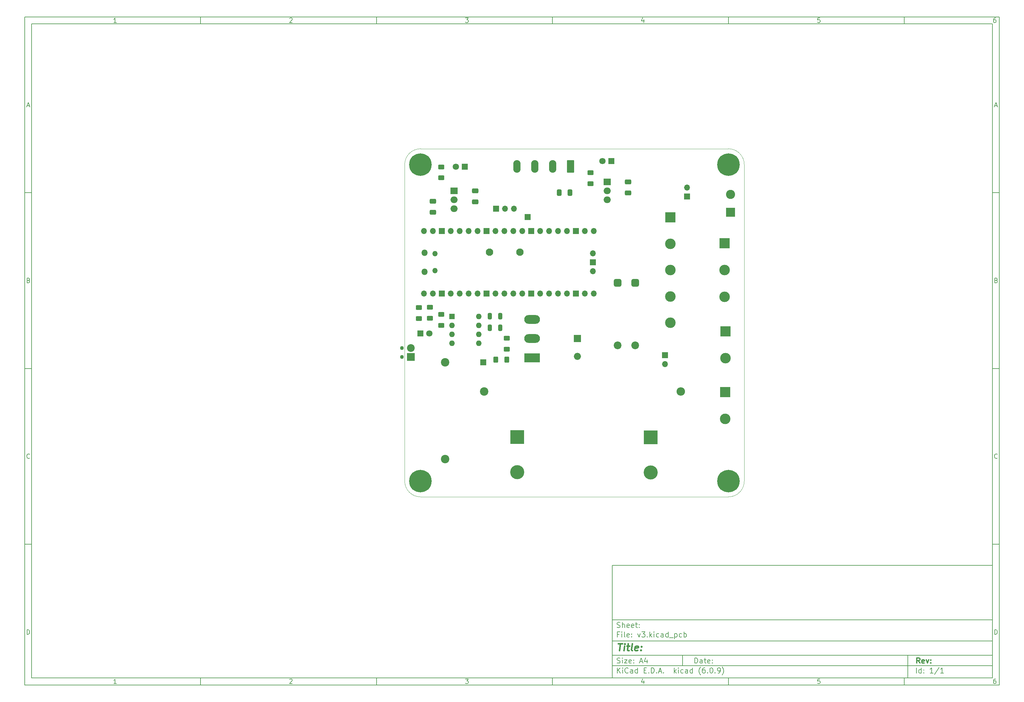
<source format=gbr>
%TF.GenerationSoftware,KiCad,Pcbnew,(6.0.9)*%
%TF.CreationDate,2022-12-28T04:29:14+03:00*%
%TF.ProjectId,v3,76332e6b-6963-4616-945f-706362585858,rev?*%
%TF.SameCoordinates,Original*%
%TF.FileFunction,Soldermask,Top*%
%TF.FilePolarity,Negative*%
%FSLAX46Y46*%
G04 Gerber Fmt 4.6, Leading zero omitted, Abs format (unit mm)*
G04 Created by KiCad (PCBNEW (6.0.9)) date 2022-12-28 04:29:14*
%MOMM*%
%LPD*%
G01*
G04 APERTURE LIST*
G04 Aperture macros list*
%AMRoundRect*
0 Rectangle with rounded corners*
0 $1 Rounding radius*
0 $2 $3 $4 $5 $6 $7 $8 $9 X,Y pos of 4 corners*
0 Add a 4 corners polygon primitive as box body*
4,1,4,$2,$3,$4,$5,$6,$7,$8,$9,$2,$3,0*
0 Add four circle primitives for the rounded corners*
1,1,$1+$1,$2,$3*
1,1,$1+$1,$4,$5*
1,1,$1+$1,$6,$7*
1,1,$1+$1,$8,$9*
0 Add four rect primitives between the rounded corners*
20,1,$1+$1,$2,$3,$4,$5,0*
20,1,$1+$1,$4,$5,$6,$7,0*
20,1,$1+$1,$6,$7,$8,$9,0*
20,1,$1+$1,$8,$9,$2,$3,0*%
G04 Aperture macros list end*
%ADD10C,0.100000*%
%ADD11C,0.150000*%
%ADD12C,0.300000*%
%ADD13C,0.400000*%
%TA.AperFunction,Profile*%
%ADD14C,0.100000*%
%TD*%
%ADD15C,2.100000*%
%ADD16R,1.600000X1.600000*%
%ADD17O,1.600000X1.600000*%
%ADD18C,1.100000*%
%ADD19R,2.200000X2.200000*%
%ADD20C,2.200000*%
%ADD21RoundRect,0.250000X0.625000X-0.400000X0.625000X0.400000X-0.625000X0.400000X-0.625000X-0.400000X0*%
%ADD22R,1.800000X1.800000*%
%ADD23C,1.800000*%
%ADD24RoundRect,0.250000X-0.625000X0.400000X-0.625000X-0.400000X0.625000X-0.400000X0.625000X0.400000X0*%
%ADD25R,4.000000X4.000000*%
%ADD26C,4.000000*%
%ADD27R,1.700000X1.700000*%
%ADD28RoundRect,0.250000X-0.650000X0.412500X-0.650000X-0.412500X0.650000X-0.412500X0.650000X0.412500X0*%
%ADD29C,0.800000*%
%ADD30C,6.400000*%
%ADD31O,1.700000X1.700000*%
%ADD32RoundRect,0.250000X0.400000X0.625000X-0.400000X0.625000X-0.400000X-0.625000X0.400000X-0.625000X0*%
%ADD33C,2.400000*%
%ADD34R,3.000000X3.000000*%
%ADD35C,3.000000*%
%ADD36RoundRect,0.550000X-0.550000X0.550000X-0.550000X-0.550000X0.550000X-0.550000X0.550000X0.550000X0*%
%ADD37R,2.000000X1.905000*%
%ADD38O,2.000000X1.905000*%
%ADD39RoundRect,0.249999X0.790001X1.550001X-0.790001X1.550001X-0.790001X-1.550001X0.790001X-1.550001X0*%
%ADD40O,2.080000X3.600000*%
%ADD41RoundRect,0.250000X-0.325000X-0.650000X0.325000X-0.650000X0.325000X0.650000X-0.325000X0.650000X0*%
%ADD42O,2.400000X2.400000*%
%ADD43O,1.500000X1.500000*%
%ADD44O,1.800000X1.800000*%
%ADD45RoundRect,0.250000X0.412500X0.650000X-0.412500X0.650000X-0.412500X-0.650000X0.412500X-0.650000X0*%
%ADD46R,4.500000X2.500000*%
%ADD47O,4.500000X2.500000*%
%ADD48R,2.000000X2.000000*%
%ADD49O,2.000000X2.000000*%
%ADD50R,2.600000X2.600000*%
%ADD51C,2.600000*%
%ADD52RoundRect,0.250000X0.650000X-0.412500X0.650000X0.412500X-0.650000X0.412500X-0.650000X-0.412500X0*%
G04 APERTURE END LIST*
D10*
D11*
X177002200Y-166007200D02*
X177002200Y-198007200D01*
X285002200Y-198007200D01*
X285002200Y-166007200D01*
X177002200Y-166007200D01*
D10*
D11*
X10000000Y-10000000D02*
X10000000Y-200007200D01*
X287002200Y-200007200D01*
X287002200Y-10000000D01*
X10000000Y-10000000D01*
D10*
D11*
X12000000Y-12000000D02*
X12000000Y-198007200D01*
X285002200Y-198007200D01*
X285002200Y-12000000D01*
X12000000Y-12000000D01*
D10*
D11*
X60000000Y-12000000D02*
X60000000Y-10000000D01*
D10*
D11*
X110000000Y-12000000D02*
X110000000Y-10000000D01*
D10*
D11*
X160000000Y-12000000D02*
X160000000Y-10000000D01*
D10*
D11*
X210000000Y-12000000D02*
X210000000Y-10000000D01*
D10*
D11*
X260000000Y-12000000D02*
X260000000Y-10000000D01*
D10*
D11*
X36065476Y-11588095D02*
X35322619Y-11588095D01*
X35694047Y-11588095D02*
X35694047Y-10288095D01*
X35570238Y-10473809D01*
X35446428Y-10597619D01*
X35322619Y-10659523D01*
D10*
D11*
X85322619Y-10411904D02*
X85384523Y-10350000D01*
X85508333Y-10288095D01*
X85817857Y-10288095D01*
X85941666Y-10350000D01*
X86003571Y-10411904D01*
X86065476Y-10535714D01*
X86065476Y-10659523D01*
X86003571Y-10845238D01*
X85260714Y-11588095D01*
X86065476Y-11588095D01*
D10*
D11*
X135260714Y-10288095D02*
X136065476Y-10288095D01*
X135632142Y-10783333D01*
X135817857Y-10783333D01*
X135941666Y-10845238D01*
X136003571Y-10907142D01*
X136065476Y-11030952D01*
X136065476Y-11340476D01*
X136003571Y-11464285D01*
X135941666Y-11526190D01*
X135817857Y-11588095D01*
X135446428Y-11588095D01*
X135322619Y-11526190D01*
X135260714Y-11464285D01*
D10*
D11*
X185941666Y-10721428D02*
X185941666Y-11588095D01*
X185632142Y-10226190D02*
X185322619Y-11154761D01*
X186127380Y-11154761D01*
D10*
D11*
X236003571Y-10288095D02*
X235384523Y-10288095D01*
X235322619Y-10907142D01*
X235384523Y-10845238D01*
X235508333Y-10783333D01*
X235817857Y-10783333D01*
X235941666Y-10845238D01*
X236003571Y-10907142D01*
X236065476Y-11030952D01*
X236065476Y-11340476D01*
X236003571Y-11464285D01*
X235941666Y-11526190D01*
X235817857Y-11588095D01*
X235508333Y-11588095D01*
X235384523Y-11526190D01*
X235322619Y-11464285D01*
D10*
D11*
X285941666Y-10288095D02*
X285694047Y-10288095D01*
X285570238Y-10350000D01*
X285508333Y-10411904D01*
X285384523Y-10597619D01*
X285322619Y-10845238D01*
X285322619Y-11340476D01*
X285384523Y-11464285D01*
X285446428Y-11526190D01*
X285570238Y-11588095D01*
X285817857Y-11588095D01*
X285941666Y-11526190D01*
X286003571Y-11464285D01*
X286065476Y-11340476D01*
X286065476Y-11030952D01*
X286003571Y-10907142D01*
X285941666Y-10845238D01*
X285817857Y-10783333D01*
X285570238Y-10783333D01*
X285446428Y-10845238D01*
X285384523Y-10907142D01*
X285322619Y-11030952D01*
D10*
D11*
X60000000Y-198007200D02*
X60000000Y-200007200D01*
D10*
D11*
X110000000Y-198007200D02*
X110000000Y-200007200D01*
D10*
D11*
X160000000Y-198007200D02*
X160000000Y-200007200D01*
D10*
D11*
X210000000Y-198007200D02*
X210000000Y-200007200D01*
D10*
D11*
X260000000Y-198007200D02*
X260000000Y-200007200D01*
D10*
D11*
X36065476Y-199595295D02*
X35322619Y-199595295D01*
X35694047Y-199595295D02*
X35694047Y-198295295D01*
X35570238Y-198481009D01*
X35446428Y-198604819D01*
X35322619Y-198666723D01*
D10*
D11*
X85322619Y-198419104D02*
X85384523Y-198357200D01*
X85508333Y-198295295D01*
X85817857Y-198295295D01*
X85941666Y-198357200D01*
X86003571Y-198419104D01*
X86065476Y-198542914D01*
X86065476Y-198666723D01*
X86003571Y-198852438D01*
X85260714Y-199595295D01*
X86065476Y-199595295D01*
D10*
D11*
X135260714Y-198295295D02*
X136065476Y-198295295D01*
X135632142Y-198790533D01*
X135817857Y-198790533D01*
X135941666Y-198852438D01*
X136003571Y-198914342D01*
X136065476Y-199038152D01*
X136065476Y-199347676D01*
X136003571Y-199471485D01*
X135941666Y-199533390D01*
X135817857Y-199595295D01*
X135446428Y-199595295D01*
X135322619Y-199533390D01*
X135260714Y-199471485D01*
D10*
D11*
X185941666Y-198728628D02*
X185941666Y-199595295D01*
X185632142Y-198233390D02*
X185322619Y-199161961D01*
X186127380Y-199161961D01*
D10*
D11*
X236003571Y-198295295D02*
X235384523Y-198295295D01*
X235322619Y-198914342D01*
X235384523Y-198852438D01*
X235508333Y-198790533D01*
X235817857Y-198790533D01*
X235941666Y-198852438D01*
X236003571Y-198914342D01*
X236065476Y-199038152D01*
X236065476Y-199347676D01*
X236003571Y-199471485D01*
X235941666Y-199533390D01*
X235817857Y-199595295D01*
X235508333Y-199595295D01*
X235384523Y-199533390D01*
X235322619Y-199471485D01*
D10*
D11*
X285941666Y-198295295D02*
X285694047Y-198295295D01*
X285570238Y-198357200D01*
X285508333Y-198419104D01*
X285384523Y-198604819D01*
X285322619Y-198852438D01*
X285322619Y-199347676D01*
X285384523Y-199471485D01*
X285446428Y-199533390D01*
X285570238Y-199595295D01*
X285817857Y-199595295D01*
X285941666Y-199533390D01*
X286003571Y-199471485D01*
X286065476Y-199347676D01*
X286065476Y-199038152D01*
X286003571Y-198914342D01*
X285941666Y-198852438D01*
X285817857Y-198790533D01*
X285570238Y-198790533D01*
X285446428Y-198852438D01*
X285384523Y-198914342D01*
X285322619Y-199038152D01*
D10*
D11*
X10000000Y-60000000D02*
X12000000Y-60000000D01*
D10*
D11*
X10000000Y-110000000D02*
X12000000Y-110000000D01*
D10*
D11*
X10000000Y-160000000D02*
X12000000Y-160000000D01*
D10*
D11*
X10690476Y-35216666D02*
X11309523Y-35216666D01*
X10566666Y-35588095D02*
X11000000Y-34288095D01*
X11433333Y-35588095D01*
D10*
D11*
X11092857Y-84907142D02*
X11278571Y-84969047D01*
X11340476Y-85030952D01*
X11402380Y-85154761D01*
X11402380Y-85340476D01*
X11340476Y-85464285D01*
X11278571Y-85526190D01*
X11154761Y-85588095D01*
X10659523Y-85588095D01*
X10659523Y-84288095D01*
X11092857Y-84288095D01*
X11216666Y-84350000D01*
X11278571Y-84411904D01*
X11340476Y-84535714D01*
X11340476Y-84659523D01*
X11278571Y-84783333D01*
X11216666Y-84845238D01*
X11092857Y-84907142D01*
X10659523Y-84907142D01*
D10*
D11*
X11402380Y-135464285D02*
X11340476Y-135526190D01*
X11154761Y-135588095D01*
X11030952Y-135588095D01*
X10845238Y-135526190D01*
X10721428Y-135402380D01*
X10659523Y-135278571D01*
X10597619Y-135030952D01*
X10597619Y-134845238D01*
X10659523Y-134597619D01*
X10721428Y-134473809D01*
X10845238Y-134350000D01*
X11030952Y-134288095D01*
X11154761Y-134288095D01*
X11340476Y-134350000D01*
X11402380Y-134411904D01*
D10*
D11*
X10659523Y-185588095D02*
X10659523Y-184288095D01*
X10969047Y-184288095D01*
X11154761Y-184350000D01*
X11278571Y-184473809D01*
X11340476Y-184597619D01*
X11402380Y-184845238D01*
X11402380Y-185030952D01*
X11340476Y-185278571D01*
X11278571Y-185402380D01*
X11154761Y-185526190D01*
X10969047Y-185588095D01*
X10659523Y-185588095D01*
D10*
D11*
X287002200Y-60000000D02*
X285002200Y-60000000D01*
D10*
D11*
X287002200Y-110000000D02*
X285002200Y-110000000D01*
D10*
D11*
X287002200Y-160000000D02*
X285002200Y-160000000D01*
D10*
D11*
X285692676Y-35216666D02*
X286311723Y-35216666D01*
X285568866Y-35588095D02*
X286002200Y-34288095D01*
X286435533Y-35588095D01*
D10*
D11*
X286095057Y-84907142D02*
X286280771Y-84969047D01*
X286342676Y-85030952D01*
X286404580Y-85154761D01*
X286404580Y-85340476D01*
X286342676Y-85464285D01*
X286280771Y-85526190D01*
X286156961Y-85588095D01*
X285661723Y-85588095D01*
X285661723Y-84288095D01*
X286095057Y-84288095D01*
X286218866Y-84350000D01*
X286280771Y-84411904D01*
X286342676Y-84535714D01*
X286342676Y-84659523D01*
X286280771Y-84783333D01*
X286218866Y-84845238D01*
X286095057Y-84907142D01*
X285661723Y-84907142D01*
D10*
D11*
X286404580Y-135464285D02*
X286342676Y-135526190D01*
X286156961Y-135588095D01*
X286033152Y-135588095D01*
X285847438Y-135526190D01*
X285723628Y-135402380D01*
X285661723Y-135278571D01*
X285599819Y-135030952D01*
X285599819Y-134845238D01*
X285661723Y-134597619D01*
X285723628Y-134473809D01*
X285847438Y-134350000D01*
X286033152Y-134288095D01*
X286156961Y-134288095D01*
X286342676Y-134350000D01*
X286404580Y-134411904D01*
D10*
D11*
X285661723Y-185588095D02*
X285661723Y-184288095D01*
X285971247Y-184288095D01*
X286156961Y-184350000D01*
X286280771Y-184473809D01*
X286342676Y-184597619D01*
X286404580Y-184845238D01*
X286404580Y-185030952D01*
X286342676Y-185278571D01*
X286280771Y-185402380D01*
X286156961Y-185526190D01*
X285971247Y-185588095D01*
X285661723Y-185588095D01*
D10*
D11*
X200434342Y-193785771D02*
X200434342Y-192285771D01*
X200791485Y-192285771D01*
X201005771Y-192357200D01*
X201148628Y-192500057D01*
X201220057Y-192642914D01*
X201291485Y-192928628D01*
X201291485Y-193142914D01*
X201220057Y-193428628D01*
X201148628Y-193571485D01*
X201005771Y-193714342D01*
X200791485Y-193785771D01*
X200434342Y-193785771D01*
X202577200Y-193785771D02*
X202577200Y-193000057D01*
X202505771Y-192857200D01*
X202362914Y-192785771D01*
X202077200Y-192785771D01*
X201934342Y-192857200D01*
X202577200Y-193714342D02*
X202434342Y-193785771D01*
X202077200Y-193785771D01*
X201934342Y-193714342D01*
X201862914Y-193571485D01*
X201862914Y-193428628D01*
X201934342Y-193285771D01*
X202077200Y-193214342D01*
X202434342Y-193214342D01*
X202577200Y-193142914D01*
X203077200Y-192785771D02*
X203648628Y-192785771D01*
X203291485Y-192285771D02*
X203291485Y-193571485D01*
X203362914Y-193714342D01*
X203505771Y-193785771D01*
X203648628Y-193785771D01*
X204720057Y-193714342D02*
X204577200Y-193785771D01*
X204291485Y-193785771D01*
X204148628Y-193714342D01*
X204077200Y-193571485D01*
X204077200Y-193000057D01*
X204148628Y-192857200D01*
X204291485Y-192785771D01*
X204577200Y-192785771D01*
X204720057Y-192857200D01*
X204791485Y-193000057D01*
X204791485Y-193142914D01*
X204077200Y-193285771D01*
X205434342Y-193642914D02*
X205505771Y-193714342D01*
X205434342Y-193785771D01*
X205362914Y-193714342D01*
X205434342Y-193642914D01*
X205434342Y-193785771D01*
X205434342Y-192857200D02*
X205505771Y-192928628D01*
X205434342Y-193000057D01*
X205362914Y-192928628D01*
X205434342Y-192857200D01*
X205434342Y-193000057D01*
D10*
D11*
X177002200Y-194507200D02*
X285002200Y-194507200D01*
D10*
D11*
X178434342Y-196585771D02*
X178434342Y-195085771D01*
X179291485Y-196585771D02*
X178648628Y-195728628D01*
X179291485Y-195085771D02*
X178434342Y-195942914D01*
X179934342Y-196585771D02*
X179934342Y-195585771D01*
X179934342Y-195085771D02*
X179862914Y-195157200D01*
X179934342Y-195228628D01*
X180005771Y-195157200D01*
X179934342Y-195085771D01*
X179934342Y-195228628D01*
X181505771Y-196442914D02*
X181434342Y-196514342D01*
X181220057Y-196585771D01*
X181077200Y-196585771D01*
X180862914Y-196514342D01*
X180720057Y-196371485D01*
X180648628Y-196228628D01*
X180577200Y-195942914D01*
X180577200Y-195728628D01*
X180648628Y-195442914D01*
X180720057Y-195300057D01*
X180862914Y-195157200D01*
X181077200Y-195085771D01*
X181220057Y-195085771D01*
X181434342Y-195157200D01*
X181505771Y-195228628D01*
X182791485Y-196585771D02*
X182791485Y-195800057D01*
X182720057Y-195657200D01*
X182577200Y-195585771D01*
X182291485Y-195585771D01*
X182148628Y-195657200D01*
X182791485Y-196514342D02*
X182648628Y-196585771D01*
X182291485Y-196585771D01*
X182148628Y-196514342D01*
X182077200Y-196371485D01*
X182077200Y-196228628D01*
X182148628Y-196085771D01*
X182291485Y-196014342D01*
X182648628Y-196014342D01*
X182791485Y-195942914D01*
X184148628Y-196585771D02*
X184148628Y-195085771D01*
X184148628Y-196514342D02*
X184005771Y-196585771D01*
X183720057Y-196585771D01*
X183577200Y-196514342D01*
X183505771Y-196442914D01*
X183434342Y-196300057D01*
X183434342Y-195871485D01*
X183505771Y-195728628D01*
X183577200Y-195657200D01*
X183720057Y-195585771D01*
X184005771Y-195585771D01*
X184148628Y-195657200D01*
X186005771Y-195800057D02*
X186505771Y-195800057D01*
X186720057Y-196585771D02*
X186005771Y-196585771D01*
X186005771Y-195085771D01*
X186720057Y-195085771D01*
X187362914Y-196442914D02*
X187434342Y-196514342D01*
X187362914Y-196585771D01*
X187291485Y-196514342D01*
X187362914Y-196442914D01*
X187362914Y-196585771D01*
X188077200Y-196585771D02*
X188077200Y-195085771D01*
X188434342Y-195085771D01*
X188648628Y-195157200D01*
X188791485Y-195300057D01*
X188862914Y-195442914D01*
X188934342Y-195728628D01*
X188934342Y-195942914D01*
X188862914Y-196228628D01*
X188791485Y-196371485D01*
X188648628Y-196514342D01*
X188434342Y-196585771D01*
X188077200Y-196585771D01*
X189577200Y-196442914D02*
X189648628Y-196514342D01*
X189577200Y-196585771D01*
X189505771Y-196514342D01*
X189577200Y-196442914D01*
X189577200Y-196585771D01*
X190220057Y-196157200D02*
X190934342Y-196157200D01*
X190077200Y-196585771D02*
X190577200Y-195085771D01*
X191077200Y-196585771D01*
X191577200Y-196442914D02*
X191648628Y-196514342D01*
X191577200Y-196585771D01*
X191505771Y-196514342D01*
X191577200Y-196442914D01*
X191577200Y-196585771D01*
X194577200Y-196585771D02*
X194577200Y-195085771D01*
X194720057Y-196014342D02*
X195148628Y-196585771D01*
X195148628Y-195585771D02*
X194577200Y-196157200D01*
X195791485Y-196585771D02*
X195791485Y-195585771D01*
X195791485Y-195085771D02*
X195720057Y-195157200D01*
X195791485Y-195228628D01*
X195862914Y-195157200D01*
X195791485Y-195085771D01*
X195791485Y-195228628D01*
X197148628Y-196514342D02*
X197005771Y-196585771D01*
X196720057Y-196585771D01*
X196577200Y-196514342D01*
X196505771Y-196442914D01*
X196434342Y-196300057D01*
X196434342Y-195871485D01*
X196505771Y-195728628D01*
X196577200Y-195657200D01*
X196720057Y-195585771D01*
X197005771Y-195585771D01*
X197148628Y-195657200D01*
X198434342Y-196585771D02*
X198434342Y-195800057D01*
X198362914Y-195657200D01*
X198220057Y-195585771D01*
X197934342Y-195585771D01*
X197791485Y-195657200D01*
X198434342Y-196514342D02*
X198291485Y-196585771D01*
X197934342Y-196585771D01*
X197791485Y-196514342D01*
X197720057Y-196371485D01*
X197720057Y-196228628D01*
X197791485Y-196085771D01*
X197934342Y-196014342D01*
X198291485Y-196014342D01*
X198434342Y-195942914D01*
X199791485Y-196585771D02*
X199791485Y-195085771D01*
X199791485Y-196514342D02*
X199648628Y-196585771D01*
X199362914Y-196585771D01*
X199220057Y-196514342D01*
X199148628Y-196442914D01*
X199077200Y-196300057D01*
X199077200Y-195871485D01*
X199148628Y-195728628D01*
X199220057Y-195657200D01*
X199362914Y-195585771D01*
X199648628Y-195585771D01*
X199791485Y-195657200D01*
X202077200Y-197157200D02*
X202005771Y-197085771D01*
X201862914Y-196871485D01*
X201791485Y-196728628D01*
X201720057Y-196514342D01*
X201648628Y-196157200D01*
X201648628Y-195871485D01*
X201720057Y-195514342D01*
X201791485Y-195300057D01*
X201862914Y-195157200D01*
X202005771Y-194942914D01*
X202077200Y-194871485D01*
X203291485Y-195085771D02*
X203005771Y-195085771D01*
X202862914Y-195157200D01*
X202791485Y-195228628D01*
X202648628Y-195442914D01*
X202577200Y-195728628D01*
X202577200Y-196300057D01*
X202648628Y-196442914D01*
X202720057Y-196514342D01*
X202862914Y-196585771D01*
X203148628Y-196585771D01*
X203291485Y-196514342D01*
X203362914Y-196442914D01*
X203434342Y-196300057D01*
X203434342Y-195942914D01*
X203362914Y-195800057D01*
X203291485Y-195728628D01*
X203148628Y-195657200D01*
X202862914Y-195657200D01*
X202720057Y-195728628D01*
X202648628Y-195800057D01*
X202577200Y-195942914D01*
X204077200Y-196442914D02*
X204148628Y-196514342D01*
X204077200Y-196585771D01*
X204005771Y-196514342D01*
X204077200Y-196442914D01*
X204077200Y-196585771D01*
X205077200Y-195085771D02*
X205220057Y-195085771D01*
X205362914Y-195157200D01*
X205434342Y-195228628D01*
X205505771Y-195371485D01*
X205577200Y-195657200D01*
X205577200Y-196014342D01*
X205505771Y-196300057D01*
X205434342Y-196442914D01*
X205362914Y-196514342D01*
X205220057Y-196585771D01*
X205077200Y-196585771D01*
X204934342Y-196514342D01*
X204862914Y-196442914D01*
X204791485Y-196300057D01*
X204720057Y-196014342D01*
X204720057Y-195657200D01*
X204791485Y-195371485D01*
X204862914Y-195228628D01*
X204934342Y-195157200D01*
X205077200Y-195085771D01*
X206220057Y-196442914D02*
X206291485Y-196514342D01*
X206220057Y-196585771D01*
X206148628Y-196514342D01*
X206220057Y-196442914D01*
X206220057Y-196585771D01*
X207005771Y-196585771D02*
X207291485Y-196585771D01*
X207434342Y-196514342D01*
X207505771Y-196442914D01*
X207648628Y-196228628D01*
X207720057Y-195942914D01*
X207720057Y-195371485D01*
X207648628Y-195228628D01*
X207577200Y-195157200D01*
X207434342Y-195085771D01*
X207148628Y-195085771D01*
X207005771Y-195157200D01*
X206934342Y-195228628D01*
X206862914Y-195371485D01*
X206862914Y-195728628D01*
X206934342Y-195871485D01*
X207005771Y-195942914D01*
X207148628Y-196014342D01*
X207434342Y-196014342D01*
X207577200Y-195942914D01*
X207648628Y-195871485D01*
X207720057Y-195728628D01*
X208220057Y-197157200D02*
X208291485Y-197085771D01*
X208434342Y-196871485D01*
X208505771Y-196728628D01*
X208577200Y-196514342D01*
X208648628Y-196157200D01*
X208648628Y-195871485D01*
X208577200Y-195514342D01*
X208505771Y-195300057D01*
X208434342Y-195157200D01*
X208291485Y-194942914D01*
X208220057Y-194871485D01*
D10*
D11*
X177002200Y-191507200D02*
X285002200Y-191507200D01*
D10*
D12*
X264411485Y-193785771D02*
X263911485Y-193071485D01*
X263554342Y-193785771D02*
X263554342Y-192285771D01*
X264125771Y-192285771D01*
X264268628Y-192357200D01*
X264340057Y-192428628D01*
X264411485Y-192571485D01*
X264411485Y-192785771D01*
X264340057Y-192928628D01*
X264268628Y-193000057D01*
X264125771Y-193071485D01*
X263554342Y-193071485D01*
X265625771Y-193714342D02*
X265482914Y-193785771D01*
X265197200Y-193785771D01*
X265054342Y-193714342D01*
X264982914Y-193571485D01*
X264982914Y-193000057D01*
X265054342Y-192857200D01*
X265197200Y-192785771D01*
X265482914Y-192785771D01*
X265625771Y-192857200D01*
X265697200Y-193000057D01*
X265697200Y-193142914D01*
X264982914Y-193285771D01*
X266197200Y-192785771D02*
X266554342Y-193785771D01*
X266911485Y-192785771D01*
X267482914Y-193642914D02*
X267554342Y-193714342D01*
X267482914Y-193785771D01*
X267411485Y-193714342D01*
X267482914Y-193642914D01*
X267482914Y-193785771D01*
X267482914Y-192857200D02*
X267554342Y-192928628D01*
X267482914Y-193000057D01*
X267411485Y-192928628D01*
X267482914Y-192857200D01*
X267482914Y-193000057D01*
D10*
D11*
X178362914Y-193714342D02*
X178577200Y-193785771D01*
X178934342Y-193785771D01*
X179077200Y-193714342D01*
X179148628Y-193642914D01*
X179220057Y-193500057D01*
X179220057Y-193357200D01*
X179148628Y-193214342D01*
X179077200Y-193142914D01*
X178934342Y-193071485D01*
X178648628Y-193000057D01*
X178505771Y-192928628D01*
X178434342Y-192857200D01*
X178362914Y-192714342D01*
X178362914Y-192571485D01*
X178434342Y-192428628D01*
X178505771Y-192357200D01*
X178648628Y-192285771D01*
X179005771Y-192285771D01*
X179220057Y-192357200D01*
X179862914Y-193785771D02*
X179862914Y-192785771D01*
X179862914Y-192285771D02*
X179791485Y-192357200D01*
X179862914Y-192428628D01*
X179934342Y-192357200D01*
X179862914Y-192285771D01*
X179862914Y-192428628D01*
X180434342Y-192785771D02*
X181220057Y-192785771D01*
X180434342Y-193785771D01*
X181220057Y-193785771D01*
X182362914Y-193714342D02*
X182220057Y-193785771D01*
X181934342Y-193785771D01*
X181791485Y-193714342D01*
X181720057Y-193571485D01*
X181720057Y-193000057D01*
X181791485Y-192857200D01*
X181934342Y-192785771D01*
X182220057Y-192785771D01*
X182362914Y-192857200D01*
X182434342Y-193000057D01*
X182434342Y-193142914D01*
X181720057Y-193285771D01*
X183077200Y-193642914D02*
X183148628Y-193714342D01*
X183077200Y-193785771D01*
X183005771Y-193714342D01*
X183077200Y-193642914D01*
X183077200Y-193785771D01*
X183077200Y-192857200D02*
X183148628Y-192928628D01*
X183077200Y-193000057D01*
X183005771Y-192928628D01*
X183077200Y-192857200D01*
X183077200Y-193000057D01*
X184862914Y-193357200D02*
X185577200Y-193357200D01*
X184720057Y-193785771D02*
X185220057Y-192285771D01*
X185720057Y-193785771D01*
X186862914Y-192785771D02*
X186862914Y-193785771D01*
X186505771Y-192214342D02*
X186148628Y-193285771D01*
X187077200Y-193285771D01*
D10*
D11*
X263434342Y-196585771D02*
X263434342Y-195085771D01*
X264791485Y-196585771D02*
X264791485Y-195085771D01*
X264791485Y-196514342D02*
X264648628Y-196585771D01*
X264362914Y-196585771D01*
X264220057Y-196514342D01*
X264148628Y-196442914D01*
X264077200Y-196300057D01*
X264077200Y-195871485D01*
X264148628Y-195728628D01*
X264220057Y-195657200D01*
X264362914Y-195585771D01*
X264648628Y-195585771D01*
X264791485Y-195657200D01*
X265505771Y-196442914D02*
X265577200Y-196514342D01*
X265505771Y-196585771D01*
X265434342Y-196514342D01*
X265505771Y-196442914D01*
X265505771Y-196585771D01*
X265505771Y-195657200D02*
X265577200Y-195728628D01*
X265505771Y-195800057D01*
X265434342Y-195728628D01*
X265505771Y-195657200D01*
X265505771Y-195800057D01*
X268148628Y-196585771D02*
X267291485Y-196585771D01*
X267720057Y-196585771D02*
X267720057Y-195085771D01*
X267577200Y-195300057D01*
X267434342Y-195442914D01*
X267291485Y-195514342D01*
X269862914Y-195014342D02*
X268577200Y-196942914D01*
X271148628Y-196585771D02*
X270291485Y-196585771D01*
X270720057Y-196585771D02*
X270720057Y-195085771D01*
X270577200Y-195300057D01*
X270434342Y-195442914D01*
X270291485Y-195514342D01*
D10*
D11*
X177002200Y-187507200D02*
X285002200Y-187507200D01*
D10*
D13*
X178714580Y-188211961D02*
X179857438Y-188211961D01*
X179036009Y-190211961D02*
X179286009Y-188211961D01*
X180274104Y-190211961D02*
X180440771Y-188878628D01*
X180524104Y-188211961D02*
X180416961Y-188307200D01*
X180500295Y-188402438D01*
X180607438Y-188307200D01*
X180524104Y-188211961D01*
X180500295Y-188402438D01*
X181107438Y-188878628D02*
X181869342Y-188878628D01*
X181476485Y-188211961D02*
X181262200Y-189926247D01*
X181333628Y-190116723D01*
X181512200Y-190211961D01*
X181702676Y-190211961D01*
X182655057Y-190211961D02*
X182476485Y-190116723D01*
X182405057Y-189926247D01*
X182619342Y-188211961D01*
X184190771Y-190116723D02*
X183988390Y-190211961D01*
X183607438Y-190211961D01*
X183428866Y-190116723D01*
X183357438Y-189926247D01*
X183452676Y-189164342D01*
X183571723Y-188973866D01*
X183774104Y-188878628D01*
X184155057Y-188878628D01*
X184333628Y-188973866D01*
X184405057Y-189164342D01*
X184381247Y-189354819D01*
X183405057Y-189545295D01*
X185155057Y-190021485D02*
X185238390Y-190116723D01*
X185131247Y-190211961D01*
X185047914Y-190116723D01*
X185155057Y-190021485D01*
X185131247Y-190211961D01*
X185286009Y-188973866D02*
X185369342Y-189069104D01*
X185262200Y-189164342D01*
X185178866Y-189069104D01*
X185286009Y-188973866D01*
X185262200Y-189164342D01*
D10*
D11*
X178934342Y-185600057D02*
X178434342Y-185600057D01*
X178434342Y-186385771D02*
X178434342Y-184885771D01*
X179148628Y-184885771D01*
X179720057Y-186385771D02*
X179720057Y-185385771D01*
X179720057Y-184885771D02*
X179648628Y-184957200D01*
X179720057Y-185028628D01*
X179791485Y-184957200D01*
X179720057Y-184885771D01*
X179720057Y-185028628D01*
X180648628Y-186385771D02*
X180505771Y-186314342D01*
X180434342Y-186171485D01*
X180434342Y-184885771D01*
X181791485Y-186314342D02*
X181648628Y-186385771D01*
X181362914Y-186385771D01*
X181220057Y-186314342D01*
X181148628Y-186171485D01*
X181148628Y-185600057D01*
X181220057Y-185457200D01*
X181362914Y-185385771D01*
X181648628Y-185385771D01*
X181791485Y-185457200D01*
X181862914Y-185600057D01*
X181862914Y-185742914D01*
X181148628Y-185885771D01*
X182505771Y-186242914D02*
X182577200Y-186314342D01*
X182505771Y-186385771D01*
X182434342Y-186314342D01*
X182505771Y-186242914D01*
X182505771Y-186385771D01*
X182505771Y-185457200D02*
X182577200Y-185528628D01*
X182505771Y-185600057D01*
X182434342Y-185528628D01*
X182505771Y-185457200D01*
X182505771Y-185600057D01*
X184220057Y-185385771D02*
X184577200Y-186385771D01*
X184934342Y-185385771D01*
X185362914Y-184885771D02*
X186291485Y-184885771D01*
X185791485Y-185457200D01*
X186005771Y-185457200D01*
X186148628Y-185528628D01*
X186220057Y-185600057D01*
X186291485Y-185742914D01*
X186291485Y-186100057D01*
X186220057Y-186242914D01*
X186148628Y-186314342D01*
X186005771Y-186385771D01*
X185577200Y-186385771D01*
X185434342Y-186314342D01*
X185362914Y-186242914D01*
X186934342Y-186242914D02*
X187005771Y-186314342D01*
X186934342Y-186385771D01*
X186862914Y-186314342D01*
X186934342Y-186242914D01*
X186934342Y-186385771D01*
X187648628Y-186385771D02*
X187648628Y-184885771D01*
X187791485Y-185814342D02*
X188220057Y-186385771D01*
X188220057Y-185385771D02*
X187648628Y-185957200D01*
X188862914Y-186385771D02*
X188862914Y-185385771D01*
X188862914Y-184885771D02*
X188791485Y-184957200D01*
X188862914Y-185028628D01*
X188934342Y-184957200D01*
X188862914Y-184885771D01*
X188862914Y-185028628D01*
X190220057Y-186314342D02*
X190077200Y-186385771D01*
X189791485Y-186385771D01*
X189648628Y-186314342D01*
X189577200Y-186242914D01*
X189505771Y-186100057D01*
X189505771Y-185671485D01*
X189577200Y-185528628D01*
X189648628Y-185457200D01*
X189791485Y-185385771D01*
X190077200Y-185385771D01*
X190220057Y-185457200D01*
X191505771Y-186385771D02*
X191505771Y-185600057D01*
X191434342Y-185457200D01*
X191291485Y-185385771D01*
X191005771Y-185385771D01*
X190862914Y-185457200D01*
X191505771Y-186314342D02*
X191362914Y-186385771D01*
X191005771Y-186385771D01*
X190862914Y-186314342D01*
X190791485Y-186171485D01*
X190791485Y-186028628D01*
X190862914Y-185885771D01*
X191005771Y-185814342D01*
X191362914Y-185814342D01*
X191505771Y-185742914D01*
X192862914Y-186385771D02*
X192862914Y-184885771D01*
X192862914Y-186314342D02*
X192720057Y-186385771D01*
X192434342Y-186385771D01*
X192291485Y-186314342D01*
X192220057Y-186242914D01*
X192148628Y-186100057D01*
X192148628Y-185671485D01*
X192220057Y-185528628D01*
X192291485Y-185457200D01*
X192434342Y-185385771D01*
X192720057Y-185385771D01*
X192862914Y-185457200D01*
X193220057Y-186528628D02*
X194362914Y-186528628D01*
X194720057Y-185385771D02*
X194720057Y-186885771D01*
X194720057Y-185457200D02*
X194862914Y-185385771D01*
X195148628Y-185385771D01*
X195291485Y-185457200D01*
X195362914Y-185528628D01*
X195434342Y-185671485D01*
X195434342Y-186100057D01*
X195362914Y-186242914D01*
X195291485Y-186314342D01*
X195148628Y-186385771D01*
X194862914Y-186385771D01*
X194720057Y-186314342D01*
X196720057Y-186314342D02*
X196577200Y-186385771D01*
X196291485Y-186385771D01*
X196148628Y-186314342D01*
X196077200Y-186242914D01*
X196005771Y-186100057D01*
X196005771Y-185671485D01*
X196077200Y-185528628D01*
X196148628Y-185457200D01*
X196291485Y-185385771D01*
X196577200Y-185385771D01*
X196720057Y-185457200D01*
X197362914Y-186385771D02*
X197362914Y-184885771D01*
X197362914Y-185457200D02*
X197505771Y-185385771D01*
X197791485Y-185385771D01*
X197934342Y-185457200D01*
X198005771Y-185528628D01*
X198077200Y-185671485D01*
X198077200Y-186100057D01*
X198005771Y-186242914D01*
X197934342Y-186314342D01*
X197791485Y-186385771D01*
X197505771Y-186385771D01*
X197362914Y-186314342D01*
D10*
D11*
X177002200Y-181507200D02*
X285002200Y-181507200D01*
D10*
D11*
X178362914Y-183614342D02*
X178577200Y-183685771D01*
X178934342Y-183685771D01*
X179077200Y-183614342D01*
X179148628Y-183542914D01*
X179220057Y-183400057D01*
X179220057Y-183257200D01*
X179148628Y-183114342D01*
X179077200Y-183042914D01*
X178934342Y-182971485D01*
X178648628Y-182900057D01*
X178505771Y-182828628D01*
X178434342Y-182757200D01*
X178362914Y-182614342D01*
X178362914Y-182471485D01*
X178434342Y-182328628D01*
X178505771Y-182257200D01*
X178648628Y-182185771D01*
X179005771Y-182185771D01*
X179220057Y-182257200D01*
X179862914Y-183685771D02*
X179862914Y-182185771D01*
X180505771Y-183685771D02*
X180505771Y-182900057D01*
X180434342Y-182757200D01*
X180291485Y-182685771D01*
X180077200Y-182685771D01*
X179934342Y-182757200D01*
X179862914Y-182828628D01*
X181791485Y-183614342D02*
X181648628Y-183685771D01*
X181362914Y-183685771D01*
X181220057Y-183614342D01*
X181148628Y-183471485D01*
X181148628Y-182900057D01*
X181220057Y-182757200D01*
X181362914Y-182685771D01*
X181648628Y-182685771D01*
X181791485Y-182757200D01*
X181862914Y-182900057D01*
X181862914Y-183042914D01*
X181148628Y-183185771D01*
X183077200Y-183614342D02*
X182934342Y-183685771D01*
X182648628Y-183685771D01*
X182505771Y-183614342D01*
X182434342Y-183471485D01*
X182434342Y-182900057D01*
X182505771Y-182757200D01*
X182648628Y-182685771D01*
X182934342Y-182685771D01*
X183077200Y-182757200D01*
X183148628Y-182900057D01*
X183148628Y-183042914D01*
X182434342Y-183185771D01*
X183577200Y-182685771D02*
X184148628Y-182685771D01*
X183791485Y-182185771D02*
X183791485Y-183471485D01*
X183862914Y-183614342D01*
X184005771Y-183685771D01*
X184148628Y-183685771D01*
X184648628Y-183542914D02*
X184720057Y-183614342D01*
X184648628Y-183685771D01*
X184577200Y-183614342D01*
X184648628Y-183542914D01*
X184648628Y-183685771D01*
X184648628Y-182757200D02*
X184720057Y-182828628D01*
X184648628Y-182900057D01*
X184577200Y-182828628D01*
X184648628Y-182757200D01*
X184648628Y-182900057D01*
D10*
D12*
D10*
D11*
D10*
D11*
D10*
D11*
D10*
D11*
D10*
D11*
X197002200Y-191507200D02*
X197002200Y-194507200D01*
D10*
D11*
X261002200Y-191507200D02*
X261002200Y-198007200D01*
D14*
X122500000Y-146500000D02*
X210000000Y-146500000D01*
X118000000Y-52000000D02*
X118000000Y-142000000D01*
X214500000Y-52000000D02*
G75*
G03*
X210000000Y-47500000I-4500000J0D01*
G01*
X214500000Y-142000000D02*
X214500000Y-52000000D01*
X210000000Y-146500000D02*
G75*
G03*
X214500000Y-142000000I0J4500000D01*
G01*
X122500000Y-47500000D02*
G75*
G03*
X118000000Y-52000000I0J-4500000D01*
G01*
X122500000Y-47500000D02*
X210000000Y-47500000D01*
X118000000Y-142000000D02*
G75*
G03*
X122500000Y-146500000I4500000J0D01*
G01*
D15*
%TO.C,H6*%
X142100000Y-76900000D03*
%TD*%
%TO.C,H5*%
X150700000Y-76900000D03*
%TD*%
D16*
%TO.C,U3*%
X131400000Y-95200000D03*
D17*
X131400000Y-97740000D03*
X131400000Y-100280000D03*
X131400000Y-102820000D03*
X139020000Y-102820000D03*
X139020000Y-100280000D03*
X139020000Y-97740000D03*
X139020000Y-95200000D03*
%TD*%
D18*
%TO.C,J11*%
X117210000Y-106720001D03*
X117210000Y-104180001D03*
D19*
X119750000Y-106720001D03*
D20*
X119750000Y-104180001D03*
%TD*%
D21*
%TO.C,R8*%
X122000000Y-95750000D03*
X122000000Y-92650000D03*
%TD*%
D22*
%TO.C,D4*%
X176740000Y-51000000D03*
D23*
X174200000Y-51000000D03*
%TD*%
D22*
%TO.C,D3*%
X135075000Y-52600000D03*
D23*
X132535000Y-52600000D03*
%TD*%
D22*
%TO.C,D2*%
X122460000Y-100000000D03*
D23*
X125000000Y-100000000D03*
%TD*%
D24*
%TO.C,R7*%
X170800000Y-54299999D03*
X170800000Y-57399999D03*
%TD*%
%TO.C,R6*%
X128400000Y-52650000D03*
X128400000Y-55750000D03*
%TD*%
D21*
%TO.C,R5*%
X125200000Y-95700000D03*
X125200000Y-92600000D03*
%TD*%
D25*
%TO.C,C7*%
X187930499Y-129569501D03*
D26*
X187930499Y-139569501D03*
%TD*%
D25*
%TO.C,C6*%
X150000000Y-129500000D03*
D26*
X150000000Y-139500000D03*
%TD*%
D27*
%TO.C,J10*%
X140350000Y-108200000D03*
%TD*%
%TO.C,J9*%
X152900000Y-66900000D03*
%TD*%
D28*
%TO.C,C1*%
X138000000Y-59437500D03*
X138000000Y-62562500D03*
%TD*%
D29*
%TO.C,H1*%
X122500000Y-144400000D03*
X120802944Y-143697056D03*
X122500000Y-139600000D03*
X124900000Y-142000000D03*
X120802944Y-140302944D03*
D30*
X122500000Y-142000000D03*
D29*
X124197056Y-143697056D03*
X124197056Y-140302944D03*
X120100000Y-142000000D03*
%TD*%
D24*
%TO.C,R3*%
X147000000Y-101399999D03*
X147000000Y-104499999D03*
%TD*%
D27*
%TO.C,J8*%
X198200000Y-61075000D03*
D31*
X198200000Y-58535000D03*
%TD*%
D27*
%TO.C,J7*%
X192000000Y-106225000D03*
D31*
X192000000Y-108765000D03*
%TD*%
D32*
%TO.C,R4*%
X147000000Y-107500000D03*
X143900000Y-107500000D03*
%TD*%
D24*
%TO.C,R2*%
X128400000Y-97700000D03*
X128400000Y-94600000D03*
%TD*%
D30*
%TO.C,H3*%
X210000000Y-142000000D03*
D29*
X211697056Y-143697056D03*
X207600000Y-142000000D03*
X208302944Y-140302944D03*
X210000000Y-139600000D03*
X210000000Y-144400000D03*
X211697056Y-140302944D03*
X208302944Y-143697056D03*
X212400000Y-142000000D03*
%TD*%
D33*
%TO.C,C5*%
X129500000Y-108250000D03*
X129500000Y-135750000D03*
%TD*%
D34*
%TO.C,J2*%
X208910000Y-74340000D03*
D35*
X208910000Y-81960000D03*
X208910000Y-89580000D03*
%TD*%
D36*
%TO.C,F1*%
X183500000Y-85600000D03*
X178500000Y-85600000D03*
D20*
X178500000Y-103400000D03*
X183500000Y-103400000D03*
%TD*%
D37*
%TO.C,U2*%
X175555000Y-56960000D03*
D38*
X175555000Y-59500000D03*
X175555000Y-62040000D03*
%TD*%
D39*
%TO.C,J5*%
X165120000Y-52500000D03*
D40*
X160040000Y-52500000D03*
X154960000Y-52500000D03*
X149880000Y-52500000D03*
%TD*%
D34*
%TO.C,J3*%
X209150000Y-99400000D03*
D35*
X209150000Y-107020000D03*
%TD*%
D41*
%TO.C,C9*%
X142175000Y-98450000D03*
X145125000Y-98450000D03*
%TD*%
D33*
%TO.C,R1*%
X140560000Y-116500000D03*
D42*
X196440000Y-116500000D03*
%TD*%
D43*
%TO.C,U4*%
X126645001Y-82190000D03*
X126645001Y-77340000D03*
D44*
X123615001Y-82490000D03*
X123615001Y-77040000D03*
D31*
X123485001Y-88655000D03*
X126025001Y-88655000D03*
D27*
X128565001Y-88655000D03*
D31*
X131105001Y-88655000D03*
X133645001Y-88655000D03*
X136185001Y-88655000D03*
X138725001Y-88655000D03*
D27*
X141265001Y-88655000D03*
D31*
X143805001Y-88655000D03*
X146345001Y-88655000D03*
X148885001Y-88655000D03*
X151425001Y-88655000D03*
D27*
X153965001Y-88655000D03*
D31*
X156505001Y-88655000D03*
X159045001Y-88655000D03*
X161585001Y-88655000D03*
X164125001Y-88655000D03*
D27*
X166665001Y-88655000D03*
D31*
X169205001Y-88655000D03*
X171745001Y-88655000D03*
X171745001Y-70875000D03*
X169205001Y-70875000D03*
D27*
X166665001Y-70875000D03*
D31*
X164125001Y-70875000D03*
X161585001Y-70875000D03*
X159045001Y-70875000D03*
X156505001Y-70875000D03*
D27*
X153965001Y-70875000D03*
D31*
X151425001Y-70875000D03*
X148885001Y-70875000D03*
X146345001Y-70875000D03*
X143805001Y-70875000D03*
D27*
X141265001Y-70875000D03*
D31*
X138725001Y-70875000D03*
X136185001Y-70875000D03*
X133645001Y-70875000D03*
X131105001Y-70875000D03*
D27*
X128565001Y-70875000D03*
D31*
X126025001Y-70875000D03*
X123485001Y-70875000D03*
X171515001Y-82305000D03*
D27*
X171515001Y-79765000D03*
D31*
X171515001Y-77225000D03*
%TD*%
D28*
%TO.C,C3*%
X181500000Y-56937500D03*
X181500000Y-60062500D03*
%TD*%
D45*
%TO.C,C4*%
X165000000Y-60000000D03*
X161875000Y-60000000D03*
%TD*%
D34*
%TO.C,J4*%
X209100000Y-116700000D03*
D35*
X209100000Y-124320000D03*
%TD*%
D41*
%TO.C,C8*%
X142200000Y-95100000D03*
X145150000Y-95100000D03*
%TD*%
D46*
%TO.C,Q1*%
X154170000Y-106950000D03*
D47*
X154170000Y-101500000D03*
X154170000Y-96050000D03*
%TD*%
D37*
%TO.C,U1*%
X132000000Y-59500000D03*
D38*
X132000000Y-62040000D03*
X132000000Y-64580000D03*
%TD*%
D48*
%TO.C,D1*%
X167055000Y-101460000D03*
D49*
X167055000Y-106540000D03*
%TD*%
D50*
%TO.C,J1*%
X210600000Y-65600000D03*
D51*
X210600000Y-60520000D03*
%TD*%
D52*
%TO.C,C2*%
X126000000Y-65562500D03*
X126000000Y-62437500D03*
%TD*%
D29*
%TO.C,H4*%
X124900000Y-52000000D03*
X120802944Y-50302944D03*
X120100000Y-52000000D03*
X124197056Y-53697056D03*
X122500000Y-54400000D03*
X124197056Y-50302944D03*
X122500000Y-49600000D03*
X120802944Y-53697056D03*
D30*
X122500000Y-52000000D03*
%TD*%
D29*
%TO.C,H2*%
X212400000Y-52000000D03*
X211697056Y-53697056D03*
D30*
X210000000Y-52000000D03*
D29*
X208302944Y-50302944D03*
X211697056Y-50302944D03*
X210000000Y-54400000D03*
X207600000Y-52000000D03*
X208302944Y-53697056D03*
X210000000Y-49600000D03*
%TD*%
D34*
%TO.C,REC1*%
X193500000Y-67000000D03*
D35*
X193500000Y-74500000D03*
X193500000Y-82000000D03*
X193500000Y-89500000D03*
X193500000Y-97000000D03*
%TD*%
D27*
%TO.C,J6*%
X143925000Y-64575000D03*
D31*
X146465000Y-64575000D03*
X149005000Y-64575000D03*
%TD*%
M02*

</source>
